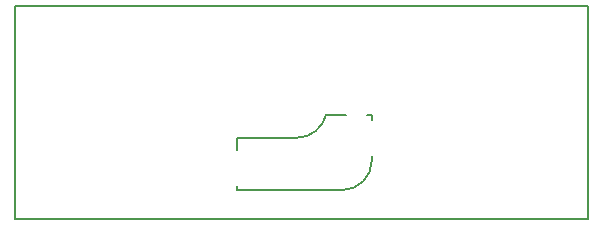
<source format=gbr>
%TF.GenerationSoftware,KiCad,Pcbnew,8.0.8*%
%TF.CreationDate,2025-02-27T23:17:26-05:00*%
%TF.ProjectId,modular_sdvx_pcb_nostabs,6d6f6475-6c61-4725-9f73-6476785f7063,rev?*%
%TF.SameCoordinates,Original*%
%TF.FileFunction,Legend,Bot*%
%TF.FilePolarity,Positive*%
%FSLAX46Y46*%
G04 Gerber Fmt 4.6, Leading zero omitted, Abs format (unit mm)*
G04 Created by KiCad (PCBNEW 8.0.8) date 2025-02-27 23:17:26*
%MOMM*%
%LPD*%
G01*
G04 APERTURE LIST*
%ADD10C,0.150000*%
G04 APERTURE END LIST*
D10*
%TO.C,Key1*%
X-5080000Y-2540000D02*
X0Y-2540000D01*
X-5080000Y-3556000D02*
X-5080000Y-2540000D01*
X-5080000Y-6985000D02*
X-5080000Y-6604000D01*
X2464162Y-635000D02*
X4191000Y-635000D01*
X3810000Y-6985000D02*
X-5080000Y-6985000D01*
X5969000Y-635000D02*
X6350000Y-635000D01*
X6350000Y-1016000D02*
X6350000Y-635000D01*
X6350000Y-4445000D02*
X6350000Y-4064000D01*
X2464162Y-616040D02*
G75*
G02*
X0Y-2540001I-2464162J616039D01*
G01*
X6350000Y-4445000D02*
G75*
G02*
X3810000Y-6985000I-2540001J1D01*
G01*
%TO.C,A1*%
X-23850000Y8630000D02*
X-23850000Y-9370000D01*
X24630000Y8630000D02*
X-23850000Y8630000D01*
X24630000Y8630000D02*
X24630000Y-9370000D01*
X24630000Y-9404000D02*
X-23850000Y-9404000D01*
%TD*%
M02*

</source>
